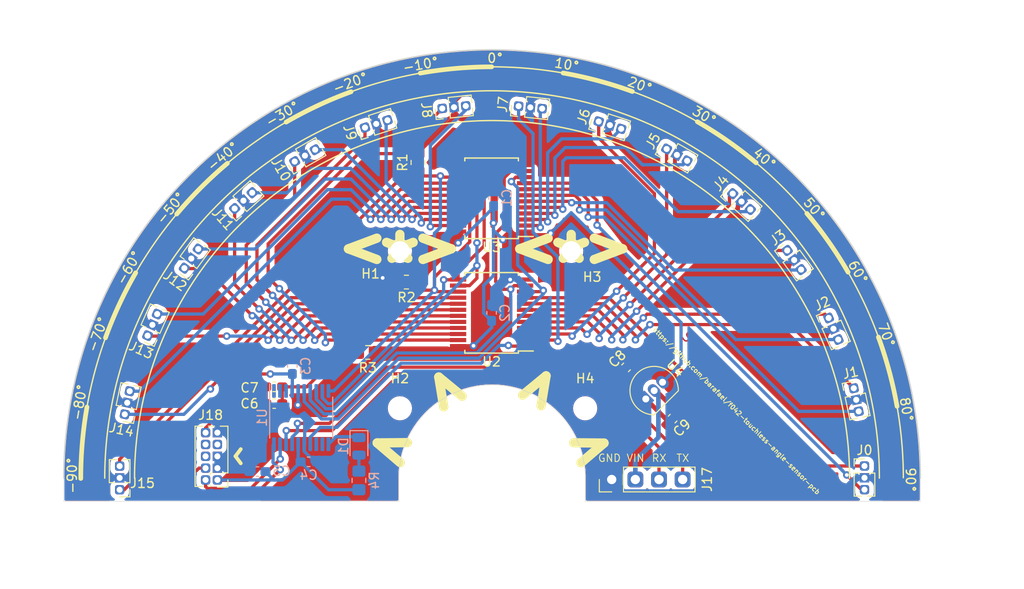
<source format=kicad_pcb>
(kicad_pcb (version 20221018) (generator pcbnew)
  (layers (0 "F.Cu" signal) (31 "B.Cu" signal) (34 "B.Paste" user) (35 "F.Paste" user) (36 "B.SilkS" user "B.Silkscreen") (37 "F.SilkS" user "F.Silkscreen") (38 "B.Mask" user) (39 "F.Mask" user) (44 "Edge.Cuts" user))
  (net 0 "")
  (net 1 "Net-(U1-Pad13)")
  (net 2 "Net-(U1-Pad12)")
  (net 3 "Net-(U1-Pad3)")
  (net 4 "Net-(U1-Pad2)")
  (net 5 "Net-(U1-Pad1)")
  (net 6 "SENSE")
  (net 7 "LED")
  (net 8 "EN")
  (net 9 "SEL3")
  (net 10 "SEL2")
  (net 11 "SEL1")
  (net 12 "SEL0")
  (net 13 "GND")
  (net 14 "VDD")
  (net 15 "SENSE12")
  (net 16 "SENSOR_SUPPLY12")
  (net 17 "SENSOR_SUPPLY4")
  (net 18 "SENSE4")
  (net 19 "SENSOR_SUPPLY8")
  (net 20 "SENSE8")
  (net 21 "SENSOR_SUPPLY0")
  (net 22 "SENSE0")
  (net 23 "SENSOR_SUPPLY13")
  (net 24 "SENSE13")
  (net 25 "SENSOR_SUPPLY5")
  (net 26 "SENSE5")
  (net 27 "SENSOR_SUPPLY9")
  (net 28 "SENSE9")
  (net 29 "SENSOR_SUPPLY1")
  (net 30 "SENSE1")
  (net 31 "SENSOR_SUPPLY14")
  (net 32 "SENSE14")
  (net 33 "SENSOR_SUPPLY6")
  (net 34 "SENSE6")
  (net 35 "SENSOR_SUPPLY10")
  (net 36 "SENSE10")
  (net 37 "SENSOR_SUPPLY2")
  (net 38 "SENSE2")
  (net 39 "SENSOR_SUPPLY15")
  (net 40 "SENSE15")
  (net 41 "SENSOR_SUPPLY7")
  (net 42 "SENSE7")
  (net 43 "SENSOR_SUPPLY11")
  (net 44 "SENSE11")
  (net 45 "SENSOR_SUPPLY3")
  (net 46 "SENSE3")
  (net 47 "SERIAL_RX")
  (net 48 "SERIAL_TX")
  (net 49 "NRST")
  (net 50 "VDD_ANALOG")
  (net 51 "Net-(D1-Pad2)")
  (net 52 "VIN")
  (net 53 "Net-(J18-Pad8)")
  (net 54 "Net-(J18-Pad7)")
  (net 55 "Net-(J18-Pad6)")
  (net 56 "SWCLK")
  (net 57 "SWDIO")
  (footprint "Connector_PinHeader_1.27mm:PinHeader_1x03_P1.27mm_Vertical" (layer "F.Cu") (at 215.85 70.35 12)
    (fp_text reference "J1")
    (fp_text value "Conn_01x03")
  )
  (footprint "Connector_PinHeader_1.27mm:PinHeader_1x03_P1.27mm_Vertical" (layer "F.Cu") (at 195.75 44.65 60)
    (fp_text reference "J5")
    (fp_text value "Conn_01x03")
  )
  (footprint "Connector_PinHeader_1.27mm:PinHeader_1x03_P1.27mm_Vertical" (layer "F.Cu") (at 208.7 55.55 36)
    (fp_text reference "J3")
    (fp_text value "Conn_01x03")
  )
  (footprint "Connector_PinHeader_1.27mm:PinHeader_1x03_P1.27mm_Vertical" (layer "F.Cu") (at 217 78.7)
    (fp_text reference "J0")
    (fp_text value "Conn_01x03")
  )
  (footprint "Connector_PinHeader_1.27mm:PinHeader_1x03_P1.27mm_Vertical" (layer "F.Cu") (at 179.85 40.05 84)
    (fp_text reference "J7")
    (fp_text value "Conn_01x03")
  )
  (footprint "Connector_PinHeader_1.27mm:PinHeader_1x03_P1.27mm_Vertical" (layer "F.Cu") (at 202.85 49.45 48)
    (fp_text reference "J4")
    (fp_text value "Conn_01x03")
  )
  (footprint "Connector_PinHeader_1.27mm:PinHeader_1x03_P1.27mm_Vertical" (layer "F.Cu") (at 143.95 57.45 144)
    (fp_text reference "J12")
    (fp_text value "Conn_01x03")
  )
  (footprint "Connector_PinHeader_1.27mm:PinHeader_1x03_P1.27mm_Vertical" (layer "F.Cu") (at 171.65 40.3 96)
    (fp_text reference "J8")
    (fp_text value "Conn_01x03")
  )
  (footprint "Connector_PinHeader_1.27mm:PinHeader_1x03_P1.27mm_Vertical" (layer "F.Cu") (at 213.15 62.8 24)
    (fp_text reference "J2")
    (fp_text value "Conn_01x03")
  )
  (footprint "Connector_PinHeader_1.27mm:PinHeader_1x03_P1.27mm_Vertical" (layer "F.Cu") (at 149.35 51.05 132)
    (fp_text reference "J11")
    (fp_text value "Conn_01x03")
  )
  (footprint "Connector_PinHeader_1.27mm:PinHeader_1x03_P1.27mm_Vertical" (layer "F.Cu") (at 163.35 42.35 108)
    (fp_text reference "J9")
    (fp_text value "Conn_01x03")
  )
  (footprint "Connector_PinHeader_1.27mm:PinHeader_1x03_P1.27mm_Vertical" (layer "F.Cu") (at 140 64.7 156)
    (fp_text reference "J13")
    (fp_text value "Conn_01x03")
  )
  (footprint "Connector_PinHeader_1.27mm:PinHeader_1x03_P1.27mm_Vertical" (layer "F.Cu") (at 155.8 46 120)
    (fp_text reference "J10")
    (fp_text value "Conn_01x03")
  )
  (footprint "Connector_PinHeader_1.27mm:PinHeader_1x03_P1.27mm_Vertical" (layer "F.Cu") (at 137.55 73.15 168)
    (fp_text reference "J14")
    (fp_text value "Conn_01x03")
  )
  (footprint "Connector_PinHeader_1.27mm:PinHeader_1x03_P1.27mm_Vertical" (layer "F.Cu") (at 137 81.25 180)
    (fp_text reference "J15")
    (fp_text value "Conn_01x03")
  )
  (footprint "Package_SO:SSOP-24_5.3x8.2mm_P0.65mm" (layer "F.Cu") (at 176.95 62.25 180)
    (fp_text reference "U2")
    (fp_text value "CD74HC4067SM")
  )
  (footprint "Package_SO:SSOP-24_5.3x8.2mm_P0.65mm" (layer "F.Cu") (at 176.95 49.95 180)
    (fp_text reference "U3")
    (fp_text value "CD74HC4067SM")
  )
  (footprint "Connector_PinHeader_1.27mm:PinHeader_1x03_P1.27mm_Vertical" (layer "F.Cu") (at 188.45 41.7 72)
    (fp_text reference "J6")
    (fp_text value "Conn_01x03")
  )
  (footprint "Connector_PinHeader_2.54mm:PinHeader_1x04_P2.54mm_Vertical" (layer "F.Cu") (at 189.85 80.15 90)
    (fp_text reference "J17")
    (fp_text value "Conn_01x04")
  )
  (footprint "Connector_PinHeader_1.27mm:PinHeader_2x05_P1.27mm_Vertical" (layer "F.Cu") (at 147.5 80.2 180)
    (fp_text reference "J18")
    (fp_text value "Conn_02x05_Odd_Even")
  )
  (footprint "Resistor_SMD:R_0805_2012Metric_Pad1.20x1.40mm_HandSolder" (layer "F.Cu") (at 163.65 66.5 180)
    (fp_text reference "R3")
    (fp_text value "0")
  )
  (footprint "Resistor_SMD:R_0805_2012Metric_Pad1.20x1.40mm_HandSolder" (layer "F.Cu") (at 169.037 46.101 90)
    (fp_text reference "R1")
    (fp_text value "10K")
  )
  (footprint "Resistor_SMD:R_0805_2012Metric_Pad1.20x1.40mm_HandSolder" (layer "F.Cu") (at 167.8 58.95 180)
    (fp_text reference "R2")
    (fp_text value "10K")
  )
  (footprint "MountingHole:MountingHole_2.1mm" (layer "F.Cu") (at 167.1 55.6)
    (fp_text reference "H1")
    (fp_text value "MountingHole")
  )
  (footprint "MountingHole:MountingHole_2.1mm" (layer "F.Cu") (at 167.1 72.5)
    (fp_text reference "H2")
    (fp_text value "MountingHole")
  )
  (footprint "MountingHole:MountingHole_2.1mm" (layer "F.Cu") (at 185.5 55.6)
    (fp_text reference "H3")
    (fp_text value "MountingHole")
  )
  (footprint "MountingHole:MountingHole_2.1mm" (layer "F.Cu") (at 187 72.5)
    (fp_text reference "H4")
    (fp_text value "MountingHole")
  )
  (footprint "Package_TO_SOT_THT:TO-92_Inline" (layer "F.Cu") (at 193.513118 71.5 45)
    (fp_text reference "U4")
    (fp_text value "MCP1700-3302E_TO92")
  )
  (footprint "Capacitor_SMD:C_0603_1608Metric_Pad1.08x0.95mm_HandSolder" (layer "F.Cu") (at 191.39012 68.10988 -135)
    (fp_text reference "C8")
    (fp_text value "1uF")
  )
  (footprint "Capacitor_SMD:C_0603_1608Metric_Pad1.08x0.95mm_HandSolder" (layer "F.Cu") (at 196.39012 73.60988 -135)
    (fp_text reference "C9")
    (fp_text value "1uF")
  )
  (footprint "Capacitor_SMD:C_0603_1608Metric_Pad1.08x0.95mm_HandSolder" (layer "F.Cu") (at 153.6 72 180)
    (fp_text reference "C6")
    (fp_text value "10nF")
  )
  (footprint "Capacitor_SMD:C_0603_1608Metric_Pad1.08x0.95mm_HandSolder" (layer "F.Cu") (at 153.6 70.2 180)
    (fp_text reference "C7")
    (fp_text value "1uF")
  )
  (footprint "Capacitor_SMD:C_0603_1608Metric_Pad1.08x0.95mm_HandSolder" (layer "B.Cu") (at 157.3 78.25)
    (fp_text reference "C4")
    (fp_text value "100nF")
  )
  (footprint "Capacitor_SMD:C_0603_1608Metric_Pad1.08x0.95mm_HandSolder" (layer "B.Cu") (at 151.8 79.3 180)
    (fp_text reference "C5")
    (fp_text value "4.7uF")
  )
  (footprint "LED_SMD:LED_0805_2012Metric" (layer "B.Cu") (at 162.7 76.5875 -90)
    (fp_text reference "D1")
    (fp_text value "LED")
  )
  (footprint "Resistor_SMD:R_0805_2012Metric_Pad1.20x1.40mm_HandSolder" (layer "B.Cu") (at 162.7 80.25 90)
    (fp_text reference "R4")
    (fp_text value "R")
  )
  (footprint "Capacitor_SMD:C_0603_1608Metric_Pad1.08x0.95mm_HandSolder" (layer "B.Cu") (at 176.95 62.25 90)
    (fp_text reference "C2")
    (fp_text value "0.1uF")
  )
  (footprint "Capacitor_SMD:C_0603_1608Metric_Pad1.08x0.95mm_HandSolder" (layer "B.Cu") (at 177.165 49.911 90)
    (fp_text reference "C1")
    (fp_text value "0.1uF")
  )
  (footprint "Capacitor_SMD:C_0603_1608Metric_Pad1.08x0.95mm_HandSolder" (layer "B.Cu") (at 155.55 67.95 90)
    (fp_text reference "C3")
    (fp_text value "100nF")
  )
  (footprint "Package_SO:TSSOP-20_4.4x6.5mm_P0.65mm" (layer "B.Cu") (at 156.5 73.5 -90)
    (fp_text reference "U1")
    (fp_text value "STM32F042F6Px")
  )
  (gr_arc (start 135.4 80) (mid 177 38.4) (end 218.6 80) (stroke (width 0.15)) (layer "F.SilkS"))
  (gr_arc (start 138.6 80) (mid 177 41.6) (end 215.4 80) (stroke (width 0.15)) (layer "F.SilkS"))
  (gr_arc (start 218.494755 64.853705) (mid 219.656942 68.527847) (end 220.494483 72.2893) (stroke (width 0.5)) (layer "F.SilkS"))
  (gr_arc (start 220.494484 72.2893) (mid 221.001006 76.109436) (end 221.172654 79.959181) (stroke (width 0.15)) (layer "F.SilkS"))
  (gr_arc (start 210.811977 51.575096) (mid 213.160706 54.630169) (end 215.23423 57.878322) (stroke (width 0.5)) (layer "F.SilkS"))
  (gr_arc (start 205.362365 46.135546) (mid 208.205919 48.736353) (end 210.811978 51.575096) (stroke (width 0.15)) (layer "F.SilkS"))
  (gr_arc (start 199.050976 41.72495) (mid 202.302956 43.792467) (end 205.362365 46.135546) (stroke (width 0.5)) (layer "F.SilkS"))
  (gr_arc (start 192.06958 38.477321) (mid 195.631176 39.948728) (end 199.050977 41.724949) (stroke (width 0.15)) (layer "F.SilkS"))
  (gr_arc (start 184.630301 36.49134) (mid 188.393295 37.321928) (end 192.069579 38.477322) (stroke (width 0.5)) (layer "F.SilkS"))
  (gr_arc (start 176.95918 35.827346) (mid 180.809236 35.991879) (end 184.630301 36.49134) (stroke (width 0.15)) (layer "F.SilkS"))
  (gr_arc (start 169.289299 36.505516) (mid 173.109435 35.998994) (end 176.95918 35.827346) (stroke (width 0.5)) (layer "F.SilkS"))
  (gr_arc (start 161.853704 38.505244) (mid 165.527847 37.343057) (end 169.289299 36.505516) (stroke (width 0.15)) (layer "F.SilkS"))
  (gr_arc (start 154.878322 41.765769) (mid 158.294834 39.983231) (end 161.853704 38.505244) (stroke (width 0.5)) (layer "F.SilkS"))
  (gr_arc (start 148.575095 46.188022) (mid 151.630169 43.839293) (end 154.878322 41.765769) (stroke (width 0.15)) (layer "F.SilkS"))
  (gr_arc (start 143.135545 51.637635) (mid 145.736352 48.794081) (end 148.575095 46.188022) (stroke (width 0.5)) (layer "F.SilkS"))
  (gr_arc (start 138.724949 57.949023) (mid 140.792466 54.697043) (end 143.135545 51.637634) (stroke (width 0.15)) (layer "F.SilkS"))
  (gr_arc (start 135.477321 64.93042) (mid 136.948728 61.368824) (end 138.724949 57.949023) (stroke (width 0.5)) (layer "F.SilkS"))
  (gr_arc (start 133.491338 72.369698) (mid 134.321926 68.606704) (end 135.47732 64.93042) (stroke (width 0.15)) (layer "F.SilkS"))
  (gr_arc (start 132.827346 80.04082) (mid 132.991878 76.190764) (end 133.491339 72.369699) (stroke (width 0.5)) (layer "F.SilkS"))
  (gr_arc (start 215.23423 57.878323) (mid 217.016768 61.294835) (end 218.494755 64.853705) (stroke (width 0.15)) (layer "F.SilkS"))
  (gr_arc (start 131 80) (mid 177 34) (end 223 80) (stroke (width 0.15)) (layer "Edge.Cuts"))
  (gr_line (start 167 80) (end 167 82.5) (stroke (width 0.05)) (layer "Edge.Cuts"))
  (gr_line (start 187 80) (end 187 82.5) (stroke (width 0.05)) (layer "Edge.Cuts"))
  (gr_line (start 187 82.5) (end 223 82.5) (stroke (width 0.05)) (layer "Edge.Cuts"))
  (gr_line (start 223 82.5) (end 223 80) (stroke (width 0.05)) (layer "Edge.Cuts"))
  (gr_line (start 131 82.5) (end 167 82.5) (stroke (width 0.05)) (layer "Edge.Cuts"))
  (gr_arc (start 167 80) (mid 177 70) (end 187 80) (stroke (width 0.05)) (layer "Edge.Cuts"))
  (gr_line (start 131 80) (end 131 82.5) (stroke (width 0.05)) (layer "Edge.Cuts"))
  (gr_text "Sail Angle Sensor rev. 1" (at 204.23 71.11 -45) (layer "F.Cu") (effects (font (size 1 1))))
  (gr_text "< >" (at 185.5 55.1) (layer "F.SilkS") (effects (font (size 4 4) (thickness 1)) (justify mirror)))
  (gr_text "*" (at 167.1 57.1) (layer "F.SilkS") (effects (font (size 6 6) (thickness 1)) (justify mirror)))
  (gr_text "*" (at 185.5 57.1) (layer "F.SilkS") (effects (font (size 6 6) (thickness 1)) (justify mirror)))
  (gr_text "<" (at 181.8 70.2 60) (layer "F.SilkS") (effects (font (size 4 4) (thickness 1)) (justify mirror)))
  (gr_text "<" (at 171.8 70.6 120) (layer "F.SilkS") (effects (font (size 4 4) (thickness 1)) (justify mirror)))
  (gr_text "<" (at 166 77 160) (layer "F.SilkS") (effects (font (size 4 4) (thickness 1)) (justify mirror)))
  (gr_text "<" (at 187.5 76.5 20) (layer "F.SilkS") (effects (font (size 4 4) (thickness 1)) (justify mirror)))
  (gr_text "10°" (at 185.05 35.6 -10) (layer "F.SilkS") (effects (font (size 1 1))))
  (gr_text "20°" (at 192.9 37.8 -20) (layer "F.SilkS") (effects (font (size 1 1))))
  (gr_text "30°" (at 199.8 41.1 -30) (layer "F.SilkS") (effects (font (size 1 1))))
  (gr_text "40°" (at 206.25 45.7 -40) (layer "F.SilkS") (effects (font (size 1 1))))
  (gr_text "50°" (at 211.6 51.1 -50) (layer "F.SilkS") (effects (font (size 1 1))))
  (gr_text "60°" (at 216.3 57.9 -60) (layer "F.SilkS") (effects (font (size 1 1))))
  (gr_text "70°" (at 219.35 64.65 -70) (layer "F.SilkS") (effects (font (size 1 1))))
  (gr_text "80°" (at 221.5 72.65 -80) (layer "F.SilkS") (effects (font (size 1 1))))
  (gr_text "90°" (at 221.95 80.2 -90) (layer "F.SilkS") (effects (font (size 1 1))))
  (gr_text "-10°" (at 169.35 35.6 10) (layer "F.SilkS") (effects (font (size 1 1))))
  (gr_text "-20°" (at 161.8 37.55 20) (layer "F.SilkS") (effects (font (size 1 1))))
  (gr_text "-30°" (at 154.5 40.9 30) (layer "F.SilkS") (effects (font (size 1 1))))
  (gr_text "-40°" (at 148.1 45.45 40) (layer "F.SilkS") (effects (font (size 1 1))))
  (gr_text "-50°" (at 142.5 51 50) (layer "F.SilkS") (effects (font (size 1 1))))
  (gr_text "-60°" (at 138 57.4 60) (layer "F.SilkS") (effects (font (size 1 1))))
  (gr_text "-70°" (at 134.65 64.55 70) (layer "F.SilkS") (effects (font (size 1 1))))
  (gr_text "-80°" (at 132.7 71.85 80) (layer "F.SilkS") (effects (font (size 1 1))))
  (gr_text "-90°" (at 131.9 79.7 90) (layer "F.SilkS") (effects (font (size 1 1))))
  (gr_text "https://github.com/barafael/f042-touchless-angle-sensor-pcb" (at 203.24 72.78 -45) (layer "F.SilkS") (effects (font (size 0.5 0.5) (thickness 0.1))))
  (gr_text "VIN" (at 192.405 77.851) (layer "F.SilkS") (effects (font (size 0.8 0.8) (thickness 0.1))))
  (gr_text "RX" (at 194.945 77.851) (layer "F.SilkS") (effects (font (size 0.8 0.8) (thickness 0.1))))
  (gr_text "TX" (at 197.485 77.851) (layer "F.SilkS") (effects (font (size 0.8 0.8) (thickness 0.1))))
  (gr_text "GND" (at 189.611 77.851) (layer "F.SilkS") (effects (font (size 0.8 0.8) (thickness 0.1))))
  (gr_text "0°" (at 177.35 34.9) (layer "F.SilkS") (effects (font (size 1 1))))
  (gr_text "^" (at 151.8 77.65 90) (layer "F.SilkS") (effects (font (size 4 4) (thickness 0.4))))
  (gr_text "< >" (at 167.1 55.1) (layer "F.SilkS") (effects (font (size 4 4) (thickness 1)) (justify mirror)))
  (segment (start 178.75 65.75) (end 178.825 65.825) (width 0.35) (layer "F.Cu") (net 6))
  (segment (start 178.825 65.825) (end 180.55 65.825) (width 0.35) (layer "F.Cu") (net 6))
  (via (at 178.75 65.75) (size 0.8) (drill 0.4) (layers "F.Cu" "B.Cu") (net 6))
  (segment (start 160.340313 74.55001) (end 162.75 72.140322) (width 0.35) (layer "B.Cu") (net 6))
  (segment (start 157.475 75.603232) (end 158.528222 74.55001) (width 0.35) (layer "B.Cu") (net 6))
  (segment (start 175.833643 67.661021) (end 177.744664 65.75) (width 0.35) (layer "B.Cu") (net 6))
  (segment (start 177.744664 65.75) (end 178.75 65.75) (width 0.35) (layer "B.Cu") (net 6))
  (segment (start 167.229301 67.661021) (end 175.833643 67.661021) (width 0.35) (layer "B.Cu") (net 6))
  (segment (start 158.528222 74.55001) (end 160.340313 74.55001) (width 0.35) (layer "B.Cu") (net 6))
  (segment (start 157.475 76.3625) (end 157.475 75.603232) (width 0.35) (layer "B.Cu") (net 6))
  (segment (start 162.75 72.140322) (end 167.229301 67.661021) (width 0.35) (layer "B.Cu") (net 6))
  (segment (start 162.6 75.55) (end 162.7 75.65) (width 0.35) (layer "B.Cu") (net 7))
  (segment (start 160.2375 75.55) (end 159.425 76.3625) (width 0.35) (layer "B.Cu") (net 7))
  (segment (start 160.2375 75.55) (end 162.6 75.55) (width 0.35) (layer "B.Cu") (net 7))
  (segment (start 173.35 47.675) (end 171.575 47.675) (width 0.35) (layer "F.Cu") (net 8))
  (segment (start 170.815 58.435) (end 170.815 59.817) (width 0.35) (layer "F.Cu") (net 8))
  (segment (start 174.600001 54.639001) (end 174.600001 47.799999) (width 0.35) (layer "F.Cu") (net 8))
  (segment (start 170.815 59.817) (end 169.667 59.817) (width 0.35) (layer "F.Cu") (net 8))
  (segment (start 169.486 47.55) (end 169.037 47.101) (width 0.35) (layer "F.Cu") (net 8))
  (segment (start 170.815 59.817) (end 170.973 59.975) (width 0.35) (layer "F.Cu") (net 8))
  (segment (start 171.575 47.675) (end 171.45 47.55) (width 0.35) (layer "F.Cu") (net 8))
  (segment (start 170.954002 58.295998) (end 170.815 58.435) (width 0.35) (layer "F.Cu") (net 8))
  (segment (start 170.954002 58.285) (end 174.600001 54.639001) (width 0.35) (layer "F.Cu") (net 8))
  (segment (start 170.954002 58.285) (end 170.954002 58.295998) (width 0.35) (layer "F.Cu") (net 8))
  (segment (start 170.973 59.975) (end 173.35 59.975) (width 0.35) (layer "F.Cu") (net 8))
  (segment (start 169.667 59.817) (end 168.8 58.95) (width 0.35) (layer "F.Cu") (net 8))
  (segment (start 174.475002 47.675) (end 173.35 47.675) (width 0.35) (layer "F.Cu") (net 8))
  (segment (start 171.45 47.55) (end 169.486 47.55) (width 0.35) (layer "F.Cu") (net 8))
  (segment (start 174.600001 47.799999) (end 174.475002 47.675) (width 0.35) (layer "F.Cu") (net 8))
  (via (at 171.45 47.55) (size 0.8) (drill 0.4) (layers "F.Cu" "B.Cu") (net 8))
  (via (at 170.815 59.817) (size 0.8) (drill 0.4) (layers "F.Cu" "B.Cu") (net 8))
  (segment (start 171.45 47.55) (end 171.45 53.067328) (width 0.35) (layer "B.Cu") (net 8))
  (segment (start 171.45 53.067328) (end 170.815 53.702328) (width 0.35) (layer "B.Cu") (net 8))
  (segment (start 159.425 70.6375) (end 159.9945 70.6375) (width 0.35) (layer "B.Cu") (net 8))
  (segment (start 170.815 53.702328) (end 170.815 59.817) (width 0.35) (layer "B.Cu") (net 8))
  (segment (start 159.9945 70.6375) (end 170.815 59.817) (width 0.35) (layer "B.Cu") (net 8))
  (segment (start 174.730664 46.375) (end 173.35 46.375) (width 0.35) (layer "F.Cu") (net 9))
  (segment (start 176.150002 55.058015) (end 176.150002 47.794338) (width 0.35) (layer "F.Cu") (net 9))
  (segment (start 171.8 58.7) (end 173.325 58.7) (width 0.35) (layer "F.Cu") (net 9))
  (segment (start 173.35 58.675) (end 173.35 57.858017) (width 0.35) (layer "F.Cu") (net 9))
  (segment (start 173.35 57.858017) (end 176.150002 55.058015) (width 0.35) (layer "F.Cu") (net 9))
  (segment (start 176.150002 47.794338) (end 174.730664 46.375) (width 0.35) (layer "F.Cu") (net 9))
  (segment (start 173.325 58.7) (end 173.35 58.675) (width 0.35) (layer "F.Cu") (net 9))
  (via (at 171.8 58.7) (size 0.8) (drill 0.4) (layers "F.Cu" "B.Cu") (net 9))
  (segment (start 158.775 71.396768) (end 159.378232 72) (width 0.35) (layer "B.Cu") (net 9))
  (segment (start 159.779002 72) (end 171.8 59.979002) (width 0.35) (layer "B.Cu") (net 9))
  (segment (start 158.775 70.6375) (end 158.775 71.396768) (width 0.35) (layer "B.Cu") (net 9))
  (segment (start 159.378232 72) (end 159.779002 72) (width 0.35) (layer "B.Cu") (net 9))
  (segment (start 171.8 59.979002) (end 171.8 58.7) (width 0.35) (layer "B.Cu") (net 9))
  (segment (start 173.334 59.309) (end 173.35 59.325) (width 0.35) (layer "F.Cu") (net 10))
  (segment (start 175.375001 58.524999) (end 175.375001 57.181831) (width 0.35) (layer "F.Cu") (net 10))
  (segment (start 175.375001 47.797168) (end 175.375001 54.737) (width 0.35) (layer "F.Cu") (net 10))
  (segment (start 174.575 59.325) (end 175.375001 58.524999) (width 0.35) (layer "F.Cu") (net 10))
  (segment (start 174.602833 47.025) (end 175.375001 47.797168) (width 0.35) (layer "F.Cu") (net 10))
  (segment (start 173.35 59.325) (end 174.575 59.325) (width 0.35) (layer "F.Cu") (net 10))
  (segment (start 173.35 47.025) (end 174.602833 47.025) (width 0.35) (layer "F.Cu") (net 10))
  (via (at 175.375001 57.181831) (size 0.8) (drill 0.4) (layers "F.Cu" "B.Cu") (net 10))
  (via (at 175.375001 54.737) (size 0.8) (drill 0.4) (layers "F.Cu" "B.Cu") (net 10))
  (segment (start 160.006824 72.550008) (end 175.375001 57.181831) (width 0.35) (layer "B.Cu") (net 10))
  (segment (start 159.15041 72.550008) (end 160.006824 72.550008) (width 0.35) (layer "B.Cu") (net 10))
  (segment (start 158.125 70.6375) (end 158.125 71.524598) (width 0.35) (layer "B.Cu") (net 10))
  (segment (start 175.375001 57.181831) (end 175.375001 54.737) (width 0.35) (layer "B.Cu") (net 10))
  (segment (start 158.125 71.524598) (end 159.15041 72.550008) (width 0.35) (layer "B.Cu") (net 10))
  (segment (start 179.388017 59.325) (end 178.995538 59.717479) (width 0.35) (layer "F.Cu") (net 11))
  (segment (start 177.392999 58.892999) (end 177.392999 53.718985) (width 0.35) (layer "F.Cu") (net 11))
  (segment (start 179.025 47.025) (end 178.299997 47.750003) (width 0.35) (layer "F.Cu") (net 11))
  (segment (start 177.555992 53.555992) (end 177.544008 53.555992) (width 0.35) (layer "F.Cu") (net 11))
  (segment (start 180.55 59.325) (end 179.388017 59.325) (width 0.35) (layer "F.Cu") (net 11))
  (segment (start 178.217479 59.717479) (end 178.995538 59.717479) (width 0.35) (layer "F.Cu") (net 11))
  (segment (start 178.217479 59.717479) (end 177.392999 58.892999) (width 0.35) (layer "F.Cu") (net 11))
  (segment (start 178.299997 47.750003) (end 178.299997 52.811987) (width 0.35) (layer "F.Cu") (net 11))
  (segment (start 178.299997 52.811987) (end 177.555992 53.555992) (width 0.35) (layer "F.Cu") (net 11))
  (segment (start 177.392999 53.718985) (end 177.555992 53.555992) (width 0.35) (layer "F.Cu") (net 11))
  (segment (start 180.55 47.025) (end 179.025 47.025) (width 0.35) (layer "F.Cu") (net 11))
  (via (at 178.995538 59.717479) (size 0.8) (drill 0.4) (layers "F.Cu" "B.Cu") (net 11))
  (segment (start 178.995538 60.495538) (end 179 60.5) (width 0.35) (layer "B.Cu") (net 11))
  (segment (start 178.995538 59.717479) (end 178.995538 60.495538) (width 0.35) (layer "B.Cu") (net 11))
  (segment (start 166.773661 66.561001) (end 160.234644 73.100018) (width 0.35) (layer "B.Cu") (net 11))
  (segment (start 179 62.939002) (end 175.378001 66.561001) (width 0.35) (layer "B.Cu") (net 11))
  (segment (start 157.475 70.6375) (end 157.475 71.652429) (width 0.35) (layer "B.Cu") (net 11))
  (segment (start 160.234644 73.100018) (end 158.922589 73.100018) (width 0.35) (layer "B.Cu") (net 11))
  (segment (start 175.378001 66.561001) (end 166.773661 66.561001) (width 0.35) (layer "B.Cu") (net 11))
  (segment (start 179 62.939002) (end 179 60.5) (width 0.35) (layer "B.Cu") (net 11))
  (segment (start 157.475 71.652429) (end 158.922589 73.100018) (width 0.35) (layer "B.Cu") (net 11))
  (segment (start 182.375 59.975) (end 180.55 59.975) (width 0.35) (layer "F.Cu") (net 12))
  (segment (start 180.55 47.675) (end 179.549998 47.675) (width 0.35) (layer "F.Cu") (net 12))
  (segment (start 180.525 47.7) (end 180.55 47.675) (width 0.35) (layer "F.Cu") (net 12))
  (segment (start 179.549998 47.675) (end 179.074998 48.15) (width 0.35) (layer "F.Cu") (net 12))
  (segment (start 182.5 59.85) (end 182.375 59.975) (width 0.35) (layer "F.Cu") (net 12))
  (via (at 179.074998 48.15) (size 0.8) (drill 0.4) (layers "F.Cu" "B.Cu") (net 12))
  (via (at 182.5 59.85) (size 0.8) (drill 0.4) (layers "F.Cu" "B.Cu") (net 12))
  (segment (start 179.074998 48.15) (end 179.75 48.825002) (width 0.35) (layer "B.Cu") (net 12))
  (segment (start 160.462465 73.650028) (end 158.694769 73.650028) (width 0.35) (layer "B.Cu") (net 12))
  (segment (start 167.00148 67.111011) (end 160.462465 73.650028) (width 0.35) (layer "B.Cu") (net 12))
  (segment (start 182.5 59.85) (end 179.75 57.1) (width 0.35) (layer "B.Cu") (net 12))
  (segment (start 182.5 59.85) (end 182.5 60.216833) (width 0.35) (layer "B.Cu") (net 12))
  (segment (start 158.694769 73.650028) (end 156.825 71.780259) (width 0.35) (layer "B.Cu") (net 12))
  (segment (start 182.5 60.216833) (end 175.605822 67.111011) (width 0.35) (layer "B.Cu") (net 12))
  (segment (start 179.75 48.825002) (end 179.75 57.1) (width 0.35) (layer "B.Cu") (net 12))
  (segment (start 156.825 71.780259) (end 156.825 70.6375) (width 0.35) (layer "B.Cu") (net 12))
  (segment (start 175.605822 67.111011) (end 167.00148 67.111011) (width 0.35) (layer "B.Cu") (net 12))
  (segment (start 172.913043 39.664495) (end 172.913043 40.167249) (width 0.35) (layer "F.Cu") (net 13))
  (segment (start 172.913043 41.224957) (end 172.913043 40.167249) (width 0.35) (layer "F.Cu") (net 13))
  (segment (start 193.513118 71.452638) (end 190.78024 68.71976) (width 0.5) (layer "F.Cu") (net 13))
  (segment (start 195.78024 74.21976) (end 195.78024 73.767122) (width 0.5) (layer "F.Cu") (net 13))
  (segment (start 150.62 72) (end 147.5 75.12) (width 0.35) (layer "F.Cu") (net 13))
  (segment (start 169.037 45.101) (end 172.913043 41.224957) (width 0.35) (layer "F.Cu") (net 13))
  (segment (start 180.55 46.375) (end 180.55 43.644) (width 0.35) (layer "F.Cu") (net 13))
  (segment (start 193.513118 71.5) (end 193.513118 71.452638) (width 0.5) (layer "F.Cu") (net 13))
  (segment (start 152.7375 72) (end 150.62 72) (width 0.35) (layer "F.Cu") (net 13))
  (segment (start 165.25 58.5) (end 166.35 58.5) (width 0.35) (layer "F.Cu") (net 13))
  (segment (start 195.78024 73.767122) (end 193.513118 71.5) (width 0.5) (layer "F.Cu") (net 13))
  (segment (start 180.55 58.675) (end 178.944 58.675) (width 0.35) (layer "F.Cu") (net 13))
  (segment (start 180.55 43.644) (end 175.641 38.735) (width 0.35) (layer "F.Cu") (net 13))
  (segment (start 173.842538 38.735) (end 172.913043 39.664495) (width 0.35) (layer "F.Cu") (net 13))
  (segment (start 175.641 38.735) (end 173.842538 38.735) (width 0.35) (layer "F.Cu") (net 13))
  (segment (start 152.7375 70.2) (end 152.7375 72) (width 0.35) (layer "F.Cu") (net 13))
  (segment (start 166.35 58.5) (end 166.8 58.95) (width 0.35) (layer "F.Cu") (net 13))
  (segment (start 178.944 58.675) (end 178.943 58.674) (width 0.35) (layer "F.Cu") (net 13))
  (via (at 178.943 58.674) (size 0.8) (drill 0.4) (layers "F.Cu" "B.Cu") (net 13))
  (via (at 165.25 58.5) (size 0.8) (drill 0.4) (layers "F.Cu" "B.Cu") (net 13))
  (segment (start 214.519999 81.450001) (end 216 79.97) (width 0.5) (layer "B.Cu") (net 13))
  (segment (start 197.46 42.68) (end 197.46 44.674852) (width 0.35) (layer "B.Cu") (net 13))
  (segment (start 216.09 61.536759) (end 216.476759 61.536759) (width 0.35) (layer "B.Cu") (net 13))
  (segment (start 165.25 60.9) (end 159.65 66.5) (width 0.35) (layer "B.Cu") (net 13))
  (segment (start 179.86 37.04) (end 187.48 37.04) (width 0.35) (layer "B.Cu") (net 13))
  (segment (start 205.51 47.67) (end 211.22 53.38) (width 0.35) (layer "B.Cu") (net 13))
  (segment (start 179.86 37.04) (end 181.113043 38.293043) (width 0.35) (layer "B.Cu") (net 13))
  (segment (start 139.092247 71.907753) (end 137.814048 71.907753) (width 0.35) (layer "B.Cu") (net 13))
  (segment (start 137 79.98) (end 138.782687 79.98) (width 0.35) (layer "B.Cu") (net 13))
  (segment (start 151.42 44.02) (end 154.38 44.02) (width 0.35) (layer "B.Cu") (net 13))
  (segment (start 191.150001 81.450001) (end 214.519999 81.450001) (width 0.5) (layer "B.Cu") (net 13))
  (segment (start 193.997842 39.217842) (end 197.46 42.68) (width 0.35) (layer "B.Cu") (net 13))
  (segment (start 165.68 37.04) (end 171.56 37.04) (width 0.35) (layer "B.Cu") (net 13))
  (segment (start 204.8 47.67) (end 205.51 47.67) (width 0.35) (layer "B.Cu") (net 13))
  (segment (start 156.825 76.3625) (end 156.875001 76.312499) (width 0.35) (layer "B.Cu") (net 13))
  (segment (start 147.5 75.12) (end 147.5 71.262688) (width 0.35) (layer "B.Cu") (net 13))
  (segment (start 165.25 58.5) (end 165.25 60.9) (width 0.35) (layer "B.Cu") (net 13))
  (segment (start 216.09 58.8) (end 216.09 61.536759) (width 0.35) (layer "B.Cu") (net 13))
  (segment (start 216.09 61.536759) (end 213.666556 63.960203) (width 0.35) (layer "B.Cu") (net 13))
  (segment (start 216 79.97) (end 217 79.97) (width 0.5) (layer "B.Cu") (net 13))
  (segment (start 165.25 58.5) (end 152.5 58.5) (width 0.35) (layer "B.Cu") (net 13))
  (segment (start 152.5 58.5) (end 139.092247 71.907753) (width 0.35) (layer "B.Cu") (net 13))
  (segment (start 154.38 43.71) (end 158.24 39.85) (width 0.35) (layer "B.Cu") (net 13))
  (segment (start 171.56 37.04) (end 172.913043 38.393043) (width 0.35) (layer "B.Cu") (net 13))
  (segment (start 211.22 54.803939) (end 209.446487 56.577452) (width 0.35) (layer "B.Cu") (net 13))
  (segment (start 155.554852 44.02) (end 156.899852 45.365) (width 0.35) (layer "B.Cu") (net 13))
  (segment (start 150.5675 78.93) (end 150.9375 79.3) (width 0.35) (layer "B.Cu") (net 13))
  (segment (start 211.22 54.803939) (end 212.093939 54.803939) (width 0.35) (layer "B.Cu") (net 13))
  (segment (start 156.825 76.3625) (end 156.825 77.121768) (width 0.35) (layer "B.Cu") (net 13))
  (segment (start 136.300203 63.539797) (end 140.516556 63.539797) (width 0.35) (layer "B.Cu") (net 13))
  (segment (start 149.02359 48.93) (end 150.293794 50.200204) (width 0.35) (layer "B.Cu") (net 13))
  (segment (start 218.75 79.07) (end 217.85 79.97) (width 0.35) (layer "B.Cu") (net 13))
  (segment (start 162.87 39.85) (end 163.11 39.61) (width 0.35) (layer "B.Cu") (net 13))
  (segment (start 158.24 39.85) (end 160.07 39.85) (width 0.35) (layer "B.Cu") (net 13))
  (segment (start 133.86 73.98) (end 135.932247 71.907753) (width 0.35) (layer "B.Cu") (net 13))
  (segment (start 140.557452 56.422548) (end 144.696487 56.422548) (width 0.35) (layer "B.Cu") (net 13))
  (segment (start 187.48 37.04) (end 189.657842 39.217842) (width 0.35) (layer "B.Cu") (net 13))
  (segment (start 217.85 79.97) (end 217 79.97) (width 0.35) (layer "B.Cu") (net 13))
  (segment (start 218.75 70.18) (end 218.75 79.07) (width 0.35) (layer "B.Cu") (net 13))
  (segment (start 159.65 66.5) (end 156.1375 66.5) (width 0.35) (layer "B.Cu") (net 13))
  (segment (start 160.07 39.85) (end 162.450294 39.85) (width 0.35) (layer "B.Cu") (net 13))
  (segment (start 177.165 49.0485) (end 177.165 39.735) (width 0.35) (layer "B.Cu") (net 13))
  (segment (start 171.56 37.04) (end 179.86 37.04) (width 0.35) (layer "B.Cu") (net 13))
  (segment (start 204.8 47.67) (end 204.8 49.29359) (width 0.35) (layer "B.Cu") (net 13))
  (segment (start 197.46 44.674852) (end 196.849852 45.285) (width 0.35) (layer "B.Cu") (net 13))
  (segment (start 135.86 79.98) (end 133.86 77.98) (width 0.35) (layer "B.Cu") (net 13))
  (segment (start 178.943 50.8265) (end 177.165 49.0485) (width 0.35) (layer "B.Cu") (net 13))
  (segment (start 176.95 60.667) (end 176.95 61.3875) (width 0.35) (layer "B.Cu") (net 13))
  (segment (start 199.81 42.68) (end 204.8 47.67) (width 0.35) (layer "B.Cu") (net 13))
  (segment (start 136.300203 60.679797) (end 140.557452 56.422548) (width 0.35) (layer "B.Cu") (net 13))
  (segment (start 181.113043 38.293043) (end 181.113043 40.182751) (width 0.35) (layer "B.Cu") (net 13))
  (segment (start 218.75 63.81) (end 218.75 70.18) (width 0.35) (layer "B.Cu") (net 13))
  (segment (start 146.51 48.93) (end 151.42 44.02) (width 0.35) (layer "B.Cu") (net 13))
  (segment (start 178.943 58.674) (end 178.943 50.8265) (width 0.35) (layer "B.Cu") (net 13))
  (segment (start 189.657842 39.217842) (end 189.657842 42.092452) (width 0.35) (layer "B.Cu") (net 13))
  (segment (start 156.1375 66.5) (end 155.55 67.0875) (width 0.35) (layer "B.Cu") (net 13))
  (segment (start 217.337753 71.592247) (end 216.114048 71.592247) (width 0.35) (layer "B.Cu") (net 13))
  (segment (start 177.165 39.735) (end 179.86 37.04) (width 0.35) (layer "B.Cu") (net 13))
  (segment (start 178.943 58.674) (end 176.95 60.667) (width 0.35) (layer "B.Cu") (net 13))
  (segment (start 172.913043 38.393043) (end 172.913043 40.167249) (width 0.35) (layer "B.Cu") (net 13))
  (segment (start 156.875001 76.312499) (end 156.875001 73.752999) (width 0.35) (layer "B.Cu") (net 13))
  (segment (start 157.953232 78.25) (end 158.1625 78.25) (width 0.35) (layer "B.Cu") (net 13))
  (segment (start 133.86 73.98) (end 133.86 65.98) (width 0.35) (layer "B.Cu") (net 13))
  (segment (start 156.875001 73.752999) (end 156.472001 73.349999) (width 0.35) (layer "B.Cu") (net 13))
  (segment (start 156.472001 73.349999) (end 149.270001 73.349999) (width 0.35) (layer "B.Cu") (net 13))
  (segment (start 164.557842 41.957548) (end 164.557842 41.057842) (width 0.35) (layer "B.Cu") (net 13))
  (segment (start 204.8 49.29359) (end 203.793794 50.299796) (width 0.35) (layer "B.Cu") (net 13))
  (segment (start 133.86 65.98) (end 136.300203 63.539797) (width 0.35) (layer "B.Cu") (net 13))
  (segment (start 160.07 39.85) (end 162.87 39.85) (width 0.35) (layer "B.Cu") (net 13))
  (segment (start 140.557452 54.882548) (end 146.51 48.93) (width 0.35) (layer "B.Cu") (net 13))
  (segment (start 147.5 71.262688) (end 147.611344 71.151344) (width 0.35) (layer "B.Cu") (net 13))
  (segment (start 146.51 48.93) (end 149.02359 48.93) (width 0.35) (layer "B.Cu") (net 13))
  (segment (start 147.5 78.93) (end 150.5675 78.93) (width 0.35) (layer "B.Cu") (net 13))
  (segment (start 137 79.98) (end 135.86 79.98) (width 0.35) (layer "B.Cu") (net 13))
  (segment (start 133.86 77.98) (end 133.86 73.98) (width 0.35) (layer "B.Cu") (net 13))
  (segment (start 189.85 80.15) (end 191.150001 81.450001) (width 0.5) (layer "B.Cu") (net 13))
  (segment (start 154.38 44.02) (end 155.554852 44.02) (width 0.35) (layer "B.Cu") (net 13))
  (segment (start 218.75 70.18) (end 217.337753 71.592247) (width 0.35) (layer "B.Cu") (net 13))
  (segment (start 164.557842 41.057842) (end 163.11 39.61) (width 0.35) (layer "B.Cu") (net 13))
  (segment (start 154.38 44.02) (end 154.38 43.71) (width 0.35) (layer "B.Cu") (net 13))
  (segment (start 138.782687 79.98) (end 147.611344 71.151344) (width 0.35) (layer "B.Cu") (net 13))
  (segment (start 156.825 77.121768) (end 157.953232 78.25) (width 0.35) (layer "B.Cu") (net 13))
  (segment (start 189.657842 39.217842) (end 193.997842 39.217842) (width 0.35) (layer "B.Cu") (net 13))
  (segment (start 151.675187 67.0875) (end 155.55 67.0875) (width 0.35) (layer "B.Cu") (net 13))
  (segment (start 135.932247 71.907753) (end 137.814048 71.907753) (width 0.35) (layer "B.Cu") (net 13))
  (segment (start 197.46 42.68) (end 199.81 42.68) (width 0.35) (layer "B.Cu") (net 13))
  (segment (start 212.093939 54.803939) (end 216.09 58.8) (width 0.35) (layer "B.Cu") (net 13))
  (segment (start 140.557452 56.422548) (end 140.557452 54.882548) (width 0.35) (layer "B.Cu") (net 13))
  (segment (start 163.11 39.61) (end 165.68 37.04) (width 0.35) (layer "B.Cu") (net 13))
  (segment (start 147.611344 71.151344) (end 151.675187 67.0875) (width 0.35) (layer "B.Cu") (net 13))
  (segment (start 216.476759 61.536759) (end 218.75 63.81) (width 0.35) (layer "B.Cu") (net 13))
  (segment (start 136.300203 63.539797) (end 136.300203 60.679797) (width 0.35) (layer "B.Cu") (net 13))
  (segment (start 211.22 53.38) (end 211.22 54.803939) (width 0.35) (layer "B.Cu") (net 13))
  (segment (start 149.270001 73.349999) (end 147.5 75.12) (width 0.35) (layer "B.Cu") (net 13))
  (segment (start 191.2 66.7) (end 192 67.5) (width 0.5) (layer "F.Cu") (net 14))
  (segment (start 180.886001 53.861001) (end 180.55 53.525) (width 0.35) (layer "F.Cu") (net 14))
  (segment (start 175.92 66.7) (end 191.2 66.7) (width 0.5) (layer "F.Cu") (net 14))
  (segment (start 148 80.2) (end 147.5 80.2) (width 0.35) (layer "F.Cu") (net 14))
  (segment (start 183.138999 53.861001) (end 180.886001 53.861001) (width 0.35) (layer "F.Cu") (net 14))
  (segment (start 155.29 73) (end 155.12 73) (width 0.35) (layer "F.Cu") (net 14))
  (segment (start 191.80001 67.69999) (end 192 67.5) (width 0.35) (layer "F.Cu") (net 14))
  (segment (start 164.65 66.5) (end 158.15 73) (width 0.35) (layer "F.Cu") (net 14))
  (segment (start 173.35 54.732) (end 173.355 54.737) (width 0.35) (layer "F.Cu") (net 14))
  (segment (start 152.85 73) (end 148.65 77.2) (width 0.35) (layer "F.Cu") (net 14))
  (segment (start 156.14 72.15) (end 155.29 73) (width 0.35) (layer "F.Cu") (net 14))
  (segment (start 155.12 73) (end 152.85 73) (width 0.35) (layer "F.Cu") (net 14))
  (segment (start 179.675 54.4) (end 180.55 53.525) (width 0.35) (layer "F.Cu") (net 14))
  (segment (start 193.10522 67.5) (end 195.309169 69.703949) (width 0.5) (layer "F.Cu") (net 14))
  (segment (start 148.65 79.55) (end 148 80.2) (width 0.35) (layer "F.Cu") (net 14))
  (segment (start 164.65 66.5) (end 172.700001 66.5) (width 0.5) (layer "F.Cu") (net 14))
  (segment (start 183.3 53.7) (end 183.138999 53.861001) (width 0.35) (layer "F.Cu") (net 14))
  (segment (start 173.35 53.525) (end 173.35 54.732) (width 0.35) (layer "F.Cu") (net 14))
  (segment (start 173.389 65.786) (end 173.35 65.825) (width 0.35) (layer "F.Cu") (net 14))
  (segment (start 175.006 65.786) (end 175.92 66.7) (width 0.5) (layer "F.Cu") (net 14))
  (segment (start 175.006 65.786) (end 173.389 65.786) (width 0.35) (layer "F.Cu") (net 14))
  (segment (start 158.15 73) (end 155.12 73) (width 0.35) (layer "F.Cu") (net 14))
  (segment (start 192 67.5) (end 193.10522 67.5) (width 0.5) (layer "F.Cu") (net 14))
  (segment (start 148.65 77.2) (end 148.65 79.55) (width 0.35) (layer "F.Cu") (net 14))
  (segment (start 178.168 54.4) (end 179.675 54.4) (width 0.35) (layer "F.Cu") (net 14))
  (segment (start 172.700001 66.5) (end 173.35 65.850001) (width 0.5) (layer "F.Cu") (net 14))
  (via (at 178.168 54.4) (size 0.8) (drill 0.4) (layers "F.Cu" "B.Cu") (net 14))
  (via (at 156.14 72.15) (size 0.8) (drill 0.4) (layers "F.Cu" "B.Cu") (net 14))
  (via (at 175.006 65.786) (size 0.8) (drill 0.4) (layers "F.Cu" "B.Cu") (net 14))
  (via (at 173.355 54.737) (size 0.8) (drill 0.4) (layers "F.Cu" "B.Cu") (net 14))
  (via (at 183.3 53.7) (size 0.8) (drill 0.4) (layers "F.Cu" "B.Cu") (net 14))
  (via (at 177.15 52.6) (size 0.8) (drill 0.4) (layers "F.Cu" "B.Cu") (net 14))
  (segment (start 176.09999 62.26249) (end 176.95 63.1125) (width 0.35) (layer "B.Cu") (net 14))
  (segment (start 147.905002 80.2) (end 147.5 80.2) (width 0.35) (layer "B.Cu") (net 14))
  (segment (start 159.4375 81.25) (end 162.7 81.25) (width 0.35) (layer "B.Cu") (net 14))
  (segment (start 156.175 70.6375) (end 156.175 72.115) (width 0.35) (layer "B.Cu") (net 14))
  (segment (start 176.95 63.1125) (end 176.95 63.842) (width 0.35) (layer "B.Cu") (net 14))
  (segment (start 185.5 51.5) (end 183.3 53.7) (width 0.35) (layer "B.Cu") (net 14))
  (segment (start 154.4875 80.2) (end 147.5 80.2) (width 0.35) (layer "B.Cu") (net 14))
  (segment (start 153.5625 80.2) (end 154.4875 80.2) (width 0.35) (layer "B.Cu") (net 14))
  (segment (start 177.15 52.6) (end 177.15 53.382) (width 0.35) (layer "B.Cu") (net 14))
  (segment (start 173.355 54.737) (end 177.165 50.927) (width 0.35) (layer "B.Cu") (net 14))
  (segment (start 152.6625 79.3) (end 153.5625 80.2) (width 0.35) (layer "B.Cu") (net 14))
  (segment (start 176.09999 59.30001) (end 176.09999 62.26249) (width 0.35) (layer "B.Cu") (net 14))
  (segment (start 177.165 50.7735) (end 177.165 52.585) (width 0.35) (layer "B.Cu") (net 14))
  (segment (start 195.309169 69.703949) (end 197.298008 67.71511) (width 0.35) (layer "B.Cu") (net 14))
  (segment (start 156.175 77.9875) (end 156.175 76.3625) (width 0.35) (layer "B.Cu") (net 14))
  (segment (start 156.4375 78.25) (end 159.4375 81.25) (width 0.35) (layer "B.Cu") (net 14))
  (segment (start 156.175 72.115) (end 156.14 72.15) (width 0.35) (layer "B.Cu") (net 14))
  (segment (start 156.4375 78.25) (end 156.175 77.9875) (width 0.35) (layer "B.Cu") (net 14))
  (segment (start 177.165 50.927) (end 177.165 50.7735) (width 0.35) (layer "B.Cu") (net 14))
  (segment (start 177.15 53.382) (end 177.15 58.25) (width 0.35) (layer "B.Cu") (net 14))
  (segment (start 162.15002 81.25) (end 162.7 81.25) (width 0.35) (layer "B.Cu") (net 14))
  (segment (start 156.4375 78.25) (end 154.4875 80.2) (width 0.35) (layer "B.Cu") (net 14))
  (segment (start 177.15 58.25) (end 176.09999 59.30001) (width 0.35) (layer "B.Cu") (net 14))
  (segment (start 177.165 52.585) (end 177.15 52.6) (width 0.35) (layer "B.Cu") (net 14))
  (segment (start 197.298008 63.298008) (end 185.5 51.5) (width 0.35) (layer "B.Cu") (net 14))
  (segment (start 176.95 63.842) (end 175.006 65.786) (width 0.35) (layer "B.Cu") (net 14))
  (segment (start 177.15 53.382) (end 178.168 54.4) (width 0.35) (layer "B.Cu") (net 14))
  (segment (start 197.298008 67.71511) (end 197.298008 63.298008) (width 0.35) (layer "B.Cu") (net 14))
  (segment (start 149.25 60.5) (end 146.25 57.5) (width 0.35) (layer "F.Cu") (net 15))
  (segment (start 151.248294 62.559853) (end 149.25 60.561559) (width 0.35) (layer "F.Cu") (net 15))
  (segment (start 173.35 62.575) (end 156.825 62.575) (width 0.35) (layer "F.Cu") (net 15))
  (segment (start 149.25 60.561559) (end 149.25 60.5) (width 0.35) (layer "F.Cu") (net 15))
  (segment (start 156.825 62.575) (end 154.2 65.2) (width 0.35) (layer "F.Cu") (net 15))
  (segment (start 146.25 57.5) (end 144 57.5) (width 0.35) (layer "F.Cu") (net 15))
  (segment (start 144 57.5) (end 143.95 57.45) (width 0.35) (layer "F.Cu") (net 15))
  (via (at 151.248294 62.559853) (size 0.8) (drill 0.4) (layers "F.Cu" "B.Cu") (net 15))
  (via (at 154.2 65.2) (size 0.8) (drill 0.4) (layers "F.Cu" "B.Cu") (net 15))
  (segment (start 151.559853 62.559853) (end 151.248294 62.559853) (width 0.35) (layer "B.Cu") (net 15))
  (segment (start 154.2 65.2) (end 151.559853 62.559853) (width 0.35) (layer "B.Cu") (net 15))
  (segment (start 173.35 50.275) (end 168.112742 50.275) (width 0.35) (layer "F.Cu") (net 16))
  (segment (start 168.112742 50.275) (end 166.172045 52.215697) (width 0.35) (layer "F.Cu") (net 16))
  (via (at 166.172045 52.215697) (size 0.8) (drill 0.4) (layers "F.Cu" "B.Cu") (net 16))
  (segment (start 151.554903 55.395097) (end 145.442975 55.395097) (width 0.35) (layer "B.Cu") (net 16))
  (segment (start 166.172045 52.215697) (end 161.835348 47.879) (width 0.35) (layer "B.Cu") (net 16))
  (segment (start 159.071 47.879) (end 151.554903 55.395097) (width 0.35) (layer "B.Cu") (net 16))
  (segment (start 161.835348 47.879) (end 159.071 47.879) (width 0.35) (layer "B.Cu") (net 16))
  (segment (start 184.402 50.925) (end 184.5945 51.1175) (width 0.35) (layer "F.Cu") (net 17))
  (segment (start 180.55 50.925) (end 184.402 50.925) (width 0.35) (layer "F.Cu") (net 17))
  (via (at 184.5945 51.1175) (size 0.8) (drill 0.4) (layers "F.Cu" "B.Cu") (net 17))
  (segment (start 196.986444 51.380944) (end 204.506236 51.380944) (width 0.35) (layer "B.Cu") (net 17))
  (segment (start 191.1985 45.593) (end 196.986444 51.380944) (width 0.35) (layer "B.Cu") (net 17))
  (segment (start 204.506236 51.380944) (end 204.737588 51.149592) (width 0.35) (layer "B.Cu") (net 17))
  (segment (start 184.5945 45.974) (end 184.9755 45.593) (width 0.35) (layer "B.Cu") (net 17))
  (segment (start 184.9755 45.593) (end 191.1985 45.593) (width 0.35) (layer "B.Cu") (net 17))
  (segment (start 184.5945 51.1175) (end 184.5945 45.974) (width 0.35) (layer "B.Cu") (net 17))
  (segment (start 188.5 64.434315) (end 188.5 65) (width 0.35) (layer "F.Cu") (net 18))
  (segment (start 202.495962 49.804038) (end 202.495962 50.674842) (width 0.35) (layer "F.Cu") (net 18))
  (segment (start 180.55 63.225) (end 187.290685 63.225) (width 0.35) (layer "F.Cu") (net 18))
  (segment (start 202.85 49.45) (end 202.495962 49.804038) (width 0.35) (layer "F.Cu") (net 18))
  (segment (start 202.495962 50.674842) (end 191.806652 61.364152) (width 0.35) (layer "F.Cu") (net 18))
  (segment (start 187.290685 63.225) (end 188.5 64.434315) (width 0.35) (layer "F.Cu") (net 18))
  (via (at 188.5 65) (size 0.8) (drill 0.4) (layers "F.Cu" "B.Cu") (net 18))
  (via (at 191.806652 61.364152) (size 0.8) (drill 0.4) (layers "F.Cu" "B.Cu") (net 18))
  (segment (start 191.806652 61.364152) (end 188.5 64.670804) (width 0.35) (layer "B.Cu") (net 18))
  (segment (start 188.5 64.670804) (end 188.5 65) (width 0.35) (layer "B.Cu") (net 18))
  (segment (start 173.35 52.875) (end 170.495326 52.875) (width 0.35) (layer "F.Cu") (net 19))
  (segment (start 170.495326 52.875) (end 170.370326 53) (width 0.35) (layer "F.Cu") (net 19))
  (via (at 170.370326 53) (size 0.8) (drill 0.4) (layers "F.Cu" "B.Cu") (net 19))
  (segment (start 174.176086 40.453914) (end 174.176086 40.034498) (width 0.35) (layer "B.Cu") (net 19))
  (segment (start 170.370326 44.259674) (end 174.176086 40.453914) (width 0.35) (layer "B.Cu") (net 19))
  (segment (start 170.370326 53) (end 170.370326 44.259674) (width 0.35) (layer "B.Cu") (net 19))
  (segment (start 152.952081 54.847919) (end 162.65 45.15) (width 0.35) (layer "F.Cu") (net 20))
  (segment (start 154.155114 59.653033) (end 152.952081 58.45) (width 0.35) (layer "F.Cu") (net 20))
  (segment (start 166.8 45.15) (end 171.65 40.3) (width 0.35) (layer "F.Cu") (net 20))
  (segment (start 173.325 65.2) (end 173.35 65.175) (width 0.35) (layer "F.Cu") (net 20))
  (segment (start 162.65 45.15) (end 166.8 45.15) (width 0.35) (layer "F.Cu") (net 20))
  (segment (start 159.1 65.45) (end 159.375 65.175) (width 0.35) (layer "F.Cu") (net 20))
  (segment (start 173.35 65.175) (end 173.225 65.175) (width 0.35) (layer "F.Cu") (net 20))
  (segment (start 152.952081 58.45) (end 152.952081 54.847919) (width 0.35) (layer "F.Cu") (net 20))
  (segment (start 173.225 65.175) (end 173.2 65.2) (width 0.35) (layer "F.Cu") (net 20))
  (segment (start 159.375 65.175) (end 173.35 65.175) (width 0.35) (layer "F.Cu") (net 20))
  (via (at 159.1 65.45) (size 0.8) (drill 0.4) (layers "F.Cu" "B.Cu") (net 20))
  (via (at 154.155114 59.653033) (size 0.8) (drill 0.4) (layers "F.Cu" "B.Cu") (net 20))
  (segment (start 154.155114 59.653033) (end 159.1 64.597919) (width 0.35) (layer "B.Cu") (net 20))
  (segment (start 159.1 64.597919) (end 159.1 65.45) (width 0.35) (layer "B.Cu") (net 20))
  (segment (start 215.1 79.666) (end 216.674 81.24) (width 0.35) (layer "F.Cu") (net 21))
  (segment (start 186.395 48.325) (end 188.2775 50.2075) (width 0.35) (layer "F.Cu") (net 21))
  (segment (start 188.2775 50.2075) (end 188.2775 52.832) (width 0.35) (layer "F.Cu") (net 21))
  (segment (start 180.55 48.325) (end 186.395 48.325) (width 0.35) (layer "F.Cu") (net 21))
  (segment (start 216.674 81.24) (end 217 81.24) (width 0.35) (layer "F.Cu") (net 21))
  (via (at 188.2775 52.832) (size 0.8) (drill 0.4) (layers "F.Cu" "B.Cu") (net 21))
  (via (at 215.1 79.666) (size 0.8) (drill 0.4) (layers "F.Cu" "B.Cu") (net 21))
  (segment (start 188.2775 52.832) (end 214.6 79.1545) (width 0.35) (layer "B.Cu") (net 21))
  (segment (start 214.6 79.1545) (end 214.6 79.166) (width 0.35) (layer "B.Cu") (net 21))
  (segment (start 214.6 79.166) (end 215.1 79.666) (width 0.35) (layer "B.Cu") (net 21))
  (segment (start 216.6855 81.24) (end 217 81.24) (width 0.35) (layer "B.Cu") (net 21))
  (segment (start 180.55 60.625) (end 189.555 60.625) (width 0.35) (layer "F.Cu") (net 22))
  (segment (start 216.809 78.891) (end 217 78.7) (width 0.35) (layer "F.Cu") (net 22))
  (segment (start 189.555 60.625) (end 207.63 78.7) (width 0.35) (layer "F.Cu") (net 22))
  (segment (start 207.63 78.7) (end 217 78.7) (width 0.35) (layer "F.Cu") (net 22))
  (segment (start 167.646242 49.625) (end 165.055545 52.215697) (width 0.35) (layer "F.Cu") (net 23))
  (segment (start 173.35 49.625) (end 167.646242 49.625) (width 0.35) (layer "F.Cu") (net 23))
  (via (at 165.055545 52.215697) (size 0.8) (drill 0.4) (layers "F.Cu" "B.Cu") (net 23))
  (segment (start 159.328 49.022) (end 145.970405 62.379595) (width 0.35) (layer "B.Cu") (net 23))
  (segment (start 145.970405 62.379595) (end 141.033111 62.379595) (width 0.35) (layer "B.Cu") (net 23))
  (segment (start 161.861848 49.022) (end 165.055545 52.215697) (width 0.35) (layer "B.Cu") (net 23))
  (segment (start 161.861848 49.022) (end 159.328 49.022) (width 0.35) (layer "B.Cu") (net 23))
  (segment (start 152.95 65.2) (end 156.225 61.925) (width 0.35) (layer "F.Cu") (net 24))
  (segment (start 173.35 61.925) (end 173.35 61.95) (width 0.35) (layer "F.Cu") (net 24))
  (segment (start 148.5 64.75) (end 140.05 64.75) (width 0.35) (layer "F.Cu") (net 24))
  (segment (start 156.225 61.925) (end 173.35 61.925) (width 0.35) (layer "F.Cu") (net 24))
  (segment (start 173.35 61.95) (end 173.325001 61.974999) (width 0.35) (layer "F.Cu") (net 24))
  (segment (start 140.05 64.75) (end 140 64.7) (width 0.35) (layer "F.Cu") (net 24))
  (via (at 152.95 65.2) (size 0.8) (drill 0.4) (layers "F.Cu" "B.Cu") (net 24))
  (via (at 148.5 64.75) (size 0.8) (drill 0.4) (layers "F.Cu" "B.Cu") (net 24))
  (segment (start 152.95 65.2) (end 152.5 64.75) (width 0.35) (layer "B.Cu") (net 24))
  (segment (start 152.5 64.75) (end 148.5 64.75) (width 0.35) (layer "B.Cu") (net 24))
  (segment (start 183.54696 51.575) (end 183.745854 51.773894) (width 0.35) (layer "F.Cu") (net 25))
  (segment (start 180.55 51.575) (end 183.54696 51.575) (width 0.35) (layer "F.Cu") (net 25))
  (via (at 183.745854 51.773894) (size 0.8) (drill 0.4) (layers "F.Cu" "B.Cu") (net 25))
  (segment (start 193.155023 46.343023) (end 197.526682 46.343023) (width 0.35) (layer "B.Cu") (net 25))
  (segment (start 183.745854 45.616146) (end 184.5945 44.7675) (width 0.35) (layer "B.Cu") (net 25))
  (segment (start 197.526682 46.343023) (end 197.949705 45.92) (width 0.35) (layer "B.Cu") (net 25))
  (segment (start 184.5945 44.7675) (end 184.5945 44.7555) (width 0.35) (layer "B.Cu") (net 25))
  (segment (start 184.85 44.5) (end 191.312 44.5) (width 0.35) (layer "B.Cu") (net 25))
  (segment (start 184.5945 44.7555) (end 184.85 44.5) (width 0.35) (layer "B.Cu") (net 25))
  (segment (start 183.745854 51.773894) (end 183.745854 45.616146) (width 0.35) (layer "B.Cu") (net 25))
  (segment (start 191.312 44.5) (end 193.155023 46.343023) (width 0.35) (layer "B.Cu") (net 25))
  (segment (start 195.75 55.989418) (end 195.75 44.65) (width 0.35) (layer "F.Cu") (net 26))
  (segment (start 195.75 45.1) (end 195.75 44.65) (width 0.35) (layer "F.Cu") (net 26))
  (segment (start 186.525 63.875) (end 187.2 64.55) (width 0.35) (layer "F.Cu") (net 26))
  (segment (start 180.55 63.875) (end 186.525 63.875) (width 0.35) (layer "F.Cu") (net 26))
  (segment (start 191.090959 60.648459) (end 195.75 55.989418) (width 0.35) (layer "F.Cu") (net 26))
  (via (at 191.090959 60.648459) (size 0.8) (drill 0.4) (layers "F.Cu" "B.Cu") (net 26))
  (via (at 187.2 64.55) (size 0.8) (drill 0.4) (layers "F.Cu" "B.Cu") (net 26))
  (segment (start 187.2 64.539418) (end 191.090959 60.648459) (width 0.35) (layer "B.Cu") (net 26))
  (segment (start 187.2 64.55) (end 187.2 64.539418) (width 0.35) (layer "B.Cu") (net 26))
  (segment (start 173.35 52.225) (end 169.775 52.225) (width 0.35) (layer "F.Cu") (net 27))
  (segment (start 169.775 52.225) (end 169.4 52.6) (width 0.35) (layer "F.Cu") (net 27))
  (via (at 169.4 52.6) (size 0.8) (drill 0.4) (layers "F.Cu" "B.Cu") (net 27))
  (segment (start 165.622724 41.708057) (end 165.765684 41.565097) (width 0.35) (layer "B.Cu") (net 27))
  (segment (start 169.4 52.6) (end 169.4 52.034315) (width 0.35) (layer "B.Cu") (net 27))
  (segment (start 169.4 52.034315) (end 165.622724 48.257039) (width 0.35) (layer "B.Cu") (net 27))
  (segment (start 165.622724 48.257039) (end 165.622724 41.708057) (width 0.35) (layer "B.Cu") (net 27))
  (segment (start 165.562889 41.767892) (end 165.765684 41.565097) (width 0.35) (layer "B.Cu") (net 27))
  (segment (start 163.35 43.37783) (end 163.35 42.35) (width 0.35) (layer "F.Cu") (net 28))
  (segment (start 153.428406 60.379741) (end 151.75 58.701335) (width 0.35) (layer "F.Cu") (net 28))
  (segment (start 151.75 54.97783) (end 163.35 43.37783) (width 0.35) (layer "F.Cu") (net 28))
  (segment (start 158.625 64.525) (end 157.95 65.2) (width 0.35) (layer "F.Cu") (net 28))
  (segment (start 173.35 64.525) (end 158.625 64.525) (width 0.35) (layer "F.Cu") (net 28))
  (segment (start 151.75 58.701335) (end 151.75 54.97783) (width 0.35) (layer "F.Cu") (net 28))
  (via (at 153.428406 60.379741) (size 0.8) (drill 0.4) (layers "F.Cu" "B.Cu") (net 28))
  (via (at 157.95 65.2) (size 0.8) (drill 0.4) (layers "F.Cu" "B.Cu") (net 28))
  (segment (start 157.95 65.179324) (end 157.95 65.2) (width 0.35) (layer "B.Cu") (net 28))
  (segment (start 153.428406 60.379741) (end 157.95 64.901335) (width 0.35) (layer "B.Cu") (net 28))
  (segment (start 157.95 64.901335) (end 157.95 65.2) (width 0.35) (layer "B.Cu") (net 28))
  (segment (start 187.325 50.165) (end 187.325 51.969) (width 0.35) (layer "F.Cu") (net 29))
  (segment (start 186.135 48.975) (end 187.325 50.165) (width 0.35) (layer "F.Cu") (net 29))
  (segment (start 180.55 48.975) (end 186.135 48.975) (width 0.35) (layer "F.Cu") (net 29))
  (via (at 187.325 51.969) (size 0.8) (drill 0.4) (layers "F.Cu" "B.Cu") (net 29))
  (segment (start 209.930995 72.834495) (end 216.378096 72.834495) (width 0.35) (layer "B.Cu") (net 29))
  (segment (start 187.325 51.969) (end 189.0655 51.969) (width 0.35) (layer "B.Cu") (net 29))
  (segment (start 189.0655 51.969) (end 209.930995 72.834495) (width 0.35) (layer "B.Cu") (net 29))
  (segment (start 193.953729 63.511229) (end 209.011229 63.511229) (width 0.35) (layer "F.Cu") (net 30))
  (segment (start 192.4 64.67783) (end 192.4 65.15) (width 0.35) (layer "F.Cu") (net 30))
  (segment (start 209.011229 63.511229) (end 215.85 70.35) (width 0.35) (layer "F.Cu") (net 30))
  (segment (start 180.55 61.275) (end 188.99717 61.275) (width 0.35) (layer "F.Cu") (net 30))
  (segment (start 188.99717 61.275) (end 192.4 64.67783) (width 0.35) (layer "F.Cu") (net 30))
  (via (at 192.4 65.15) (size 0.8) (drill 0.4) (layers "F.Cu" "B.Cu") (net 30))
  (via (at 193.953729 63.511229) (size 0.8) (drill 0.4) (layers "F.Cu" "B.Cu") (net 30))
  (segment (start 192.4 65.15) (end 192.4 65.064958) (width 0.35) (layer "B.Cu") (net 30))
  (segment (start 192.4 65.064958) (end 193.953729 63.511229) (width 0.35) (layer "B.Cu") (net 30))
  (segment (start 167.179742 48.975) (end 163.939045 52.215697) (width 0.35) (layer "F.Cu") (net 31))
  (segment (start 173.35 48.975) (end 167.179742 48.975) (width 0.35) (layer "F.Cu") (net 31))
  (via (at 163.939045 52.215697) (size 0.8) (drill 0.4) (layers "F.Cu" "B.Cu") (net 31))
  (segment (start 139.138495 70.665505) (end 138.078096 70.665505) (width 0.35) (layer "B.Cu") (net 31))
  (segment (start 163.939045 52.215697) (end 161.761348 50.038) (width 0.35) (layer "B.Cu") (net 31))
  (segment (start 138.078096 70.665505) (end 138.589266 70.665505) (width 0.35) (layer "B.Cu") (net 31))
  (segment (start 159.766 50.038) (end 139.138495 70.665505) (width 0.35) (layer "B.Cu") (net 31))
  (segment (start 161.761348 50.038) (end 159.766 50.038) (width 0.35) (layer "B.Cu") (net 31))
  (segment (start 146.7 70.35) (end 155.775 61.275) (width 0.35) (layer "F.Cu") (net 32))
  (segment (start 155.775 61.275) (end 173.35 61.275) (width 0.35) (layer "F.Cu") (net 32))
  (via (at 146.75 70.43) (size 0.8) (drill 0.4) (layers "F.Cu" "B.Cu") (net 32))
  (segment (start 146.7 70.35) (end 143.9 73.15) (width 0.35) (layer "B.Cu") (net 32))
  (segment (start 143.9 73.15) (end 137.55 73.15) (width 0.35) (layer "B.Cu") (net 32))
  (segment (start 180.55 52.225) (end 182.723796 52.225) (width 0.35) (layer "F.Cu") (net 33))
  (segment (start 182.723796 52.225) (end 182.970854 52.472058) (width 0.35) (layer "F.Cu") (net 33))
  (via (at 182.970854 52.472058) (size 0.8) (drill 0.4) (layers "F.Cu" "B.Cu") (net 33))
  (segment (start 182.970854 45.057646) (end 184.4675 43.561) (width 0.35) (layer "B.Cu") (net 33))
  (segment (start 189.789587 43.561) (end 190.865684 42.484903) (width 0.35) (layer "B.Cu") (net 33))
  (segment (start 184.4675 43.561) (end 189.789587 43.561) (width 0.35) (layer "B.Cu") (net 33))
  (segment (start 182.970854 52.472058) (end 182.970854 45.057646) (width 0.35) (layer "B.Cu") (net 33))
  (segment (start 180.55 64.525) (end 185.374999 64.524999) (width 0.35) (layer "F.Cu") (net 34))
  (segment (start 194.437 55.871034) (end 194.437 49.447) (width 0.35) (layer "F.Cu") (net 34))
  (segment (start 194.437 49.447) (end 188.45 43.46) (width 0.35) (layer "F.Cu") (net 34))
  (segment (start 185.374999 64.524999) (end 185.6 64.75) (width 0.35) (layer "F.Cu") (net 34))
  (segment (start 188.45 43.46) (end 188.45 41.7) (width 0.35) (layer "F.Cu") (net 34))
  (segment (start 190.375267 59.932767) (end 194.437 55.871034) (width 0.35) (layer "F.Cu") (net 34))
  (via (at 185.6 64.75) (size 0.8) (drill 0.4) (layers "F.Cu" "B.Cu") (net 34))
  (via (at 190.375267 59.932767) (size 0.8) (drill 0.4) (layers "F.Cu" "B.Cu") (net 34))
  (segment (start 190.375267 59.932767) (end 186.4 63.908034) (width 0.35) (layer "B.Cu") (net 34))
  (segment (start 186.4 63.908034) (end 186.391966 63.908034) (width 0.35) (layer "B.Cu") (net 34))
  (segment (start 186.391966 63.908034) (end 185.75 64.55) (width 0.35) (layer "B.Cu") (net 34))
  (segment (start 169.045742 51.575) (end 168.405045 52.215697) (width 0.35) (layer "F.Cu") (net 35))
  (segment (start 173.35 51.575) (end 169.045742 51.575) (width 0.35) (layer "F.Cu") (net 35))
  (via (at 168.405045 52.215697) (size 0.8) (drill 0.4) (layers "F.Cu" "B.Cu") (net 35))
  (segment (start 168.405045 52.215697) (end 160.919348 44.73) (width 0.35) (layer "B.Cu") (net 35))
  (segment (start 160.919348 44.73) (end 157.999705 44.73) (width 0.35) (layer "B.Cu") (net 35))
  (segment (start 150.6 54.98) (end 155.8 49.78) (width 0.35) (layer "F.Cu") (net 36))
  (segment (start 173.35 63.875) (end 173.349989 63.874989) (width 0.35) (layer "F.Cu") (net 36))
  (segment (start 152.701702 61.106445) (end 150.6 59.004743) (width 0.35) (layer "F.Cu") (net 36))
  (segment (start 173.349989 63.874989) (end 158.025011 63.874989) (width 0.35) (layer "F.Cu") (net 36))
  (segment (start 158.025011 63.874989) (end 156.7 65.2) (width 0.35) (layer "F.Cu") (net 36))
  (segment (start 150.6 59.004743) (end 150.6 54.98) (width 0.35) (layer "F.Cu") (net 36))
  (segment (start 155.8 49.78) (end 155.8 46) (width 0.35) (layer "F.Cu") (net 36))
  (via (at 152.701702 61.106445) (size 0.8) (drill 0.4) (layers "F.Cu" "B.Cu") (net 36))
  (via (at 156.7 65.2) (size 0.8) (drill 0.4) (layers "F.Cu" "B.Cu") (net 36))
  (segment (start 156.7 65.104743) (end 156.7 65.2) (width 0.35) (layer "B.Cu") (net 36))
  (segment (start 152.701702 61.106445) (end 156.7 65.104743) (width 0.35) (layer "B.Cu") (net 36))
  (segment (start 186.39866 50.123658) (end 186.39866 51.194) (width 0.35) (layer "F.Cu") (net 37))
  (segment (start 185.900002 49.625) (end 186.39866 50.123658) (width 0.35) (layer "F.Cu") (net 37))
  (segment (start 180.55 49.625) (end 185.900002 49.625) (width 0.35) (layer "F.Cu") (net 37))
  (via (at 186.39866 51.194) (size 0.8) (drill 0.4) (layers "F.Cu" "B.Cu") (net 37))
  (segment (start 203.169405 65.120405) (end 214.183111 65.120405) (width 0.35) (layer "B.Cu") (net 37))
  (segment (start 189.243 51.194) (end 203.169405 65.120405) (width 0.35) (layer "B.Cu") (net 37))
  (segment (start 186.39866 51.194) (end 189.243 51.194) (width 0.35) (layer "B.Cu") (net 37))
  (segment (start 191.05 64.584315) (end 191.05 65.15) (width 0.35) (layer "F.Cu") (net 38))
  (segment (start 180.55 61.925) (end 188.390685 61.925) (width 0.35) (layer "F.Cu") (net 38))
  (segment (start 188.390685 61.925) (end 191.05 64.584315) (width 0.35) (layer "F.Cu") (net 38))
  (segment (start 212.745538 62.395538) (end 213.15 62.8) (width 0.35) (layer "F.Cu") (net 38))
  (segment (start 193.638036 62.395538) (end 212.745538 62.395538) (width 0.35) (layer "F.Cu") (net 38))
  (segment (start 193.238037 62.795537) (end 193.638036 62.395538) (width 0.35) (layer "F.Cu") (net 38))
  (via (at 193.238037 62.795537) (size 0.8) (drill 0.4) (layers "F.Cu" "B.Cu") (net 38))
  (via (at 191.05 65.15) (size 0.8) (drill 0.4) (layers "F.Cu" "B.Cu") (net 38))
  (segment (start 191.05 64.983574) (end 193.238037 62.795537) (width 0.35) (layer "B.Cu") (net 38))
  (segment (start 191.05 65.15) (end 191.05 64.983574) (width 0.35) (layer "B.Cu") (net 38))
  (segment (start 137 77.975167) (end 137 78.71) (width 0.35) (layer "F.Cu") (net 39))
  (segment (start 166.650167 48.325) (end 173.35 48.325) (width 0.35) (layer "F.Cu") (net 39))
  (segment (start 166.650167 48.325) (end 137 77.975167) (width 0.35) (layer "F.Cu") (net 39))
  (segment (start 137.5 81.25) (end 137 81.25) (width 0.35) (layer "F.Cu") (net 40))
  (segment (start 155.385 60.625) (end 155.385 60.647998) (width 0.35) (layer "F.Cu") (net 40))
  (segment (start 139.95 76.082998) (end 139.95 78.8) (width 0.35) (layer "F.Cu") (net 40))
  (segment (start 139.95 78.8) (end 137.5 81.25) (width 0.35) (layer "F.Cu") (net 40))
  (segment (start 155.385 60.647998) (end 139.95 76.082998) (width 0.35) (layer "F.Cu") (net 40))
  (segment (start 173.35 60.625) (end 155.385 60.625) (width 0.35) (layer "F.Cu") (net 40))
  (segment (start 181.9705 52.875) (end 182.1815 53.086) (width 0.35) (layer "F.Cu") (net 41))
  (segment (start 180.55 52.875) (end 181.9705 52.875) (width 0.35) (layer "F.Cu") (net 41))
  (via (at 182.1815 53.086) (size 0.8) (drill 0.4) (layers "F.Cu" "B.Cu") (net 41))
  (segment (start 182.1815 40.510088) (end 182.376086 40.315502) (width 0.35) (layer "B.Cu") (net 41))
  (segment (start 182.1815 53.086) (end 182.1815 40.510088) (width 0.35) (layer "B.Cu") (net 41))
  (segment (start 183.949999 65.175) (end 184.074999 65.3) (width 0.35) (layer "F.Cu") (net 42))
  (segment (start 180.55 65.175) (end 183.949999 65.175) (width 0.35) (layer "F.Cu") (net 42))
  (via (at 184.074999 65.3) (size 0.8) (drill 0.4) (layers "F.Cu" "B.Cu") (net 42))
  (segment (start 179.85 41.45) (end 179.85 40.05) (width 0.35) (layer "B.Cu") (net 42))
  (segment (start 184.074999 64.974999) (end 184.074999 56.274999) (width 0.35) (layer "B.Cu") (net 42))
  (segment (start 181.4 53.6) (end 181.4 43) (width 0.35) (layer "B.Cu") (net 42))
  (segment (start 184.074999 56.274999) (end 181.4 53.6) (width 0.35) (layer "B.Cu") (net 42))
  (segment (start 181.4 43) (end 179.85 41.45) (width 0.35) (layer "B.Cu") (net 42))
  (segment (start 173.35 50.925) (end 168.579242 50.925) (width 0.35) (layer "F.Cu") (net 43))
  (segment (start 168.579242 50.925) (end 167.288545 52.215697) (width 0.35) (layer "F.Cu") (net 43))
  (segment (start 167.288545 52.185195) (end 167.288545 52.215697) (width 0.35) (layer "F.Cu") (net 43))
  (via (at 167.288545 52.215697) (size 0.8) (drill 0.4) (layers "F.Cu" "B.Cu") (net 43))
  (segment (start 161.808848 46.736) (end 167.288545 52.215697) (width 0.35) (layer "B.Cu") (net 43))
  (segment (start 157.607 46.736) (end 161.808848 46.736) (width 0.35) (layer "B.Cu") (net 43))
  (segment (start 157.607 46.736) (end 154.992592 49.350408) (width 0.35) (layer "B.Cu") (net 43))
  (segment (start 151.259842 49.328154) (end 151.237588 49.350408) (width 0.35) (layer "B.Cu") (net 43))
  (segment (start 154.992592 49.350408) (end 151.237588 49.350408) (width 0.35) (layer "B.Cu") (net 43))
  (segment (start 151.974998 61.833149) (end 149.35 59.208151) (width 0.35) (layer "F.Cu") (net 44))
  (segment (start 173.35 63.225) (end 157.527998 63.225) (width 0.35) (layer "F.Cu") (net 44))
  (segment (start 155.552998 65.2) (end 155.45 65.2) (width 0.35) (layer "F.Cu") (net 44))
  (segment (start 149.35 59.208151) (end 149.35 51.05) (width 0.35) (layer "F.Cu") (net 44))
  (segment (start 157.527998 63.225) (end 155.552998 65.2) (width 0.35) (layer "F.Cu") (net 44))
  (segment (start 149.35 51.05) (end 149.35 51.55) (width 0.35) (layer "F.Cu") (net 44))
  (via (at 155.45 65.2) (size 0.8) (drill 0.4) (layers "F.Cu" "B.Cu") (net 44))
  (via (at 151.974998 61.833149) (size 0.8) (drill 0.4) (layers "F.Cu" "B.Cu") (net 44))
  (segment (start 155.392678 65.2) (end 155.45 65.2) (width 0.35) (layer "B.Cu") (net 44))
  (segment (start 155.45 65.2) (end 152.083149 61.833149) (width 0.35) (layer "B.Cu") (net 44))
  (segment (start 180.55 50.275) (end 185.403 50.275) (width 0.35) (layer "F.Cu") (net 45))
  (segment (start 185.403 50.275) (end 185.547 50.419) (width 0.35) (layer "F.Cu") (net 45))
  (via (at 185.547 50.419) (size 0.8) (drill 0.4) (layers "F.Cu" "B.Cu") (net 45))
  (segment (start 196.525363 57.650863) (end 210.147015 57.650863) (width 0.35) (layer "B.Cu") (net 45))
  (segment (start 189.2935 50.419) (end 196.525363 57.650863) (width 0.35) (layer "B.Cu") (net 45))
  (segment (start 185.547 50.419) (end 185.6105 50.419) (width 0.35) (layer "B.Cu") (net 45))
  (segment (start 185.547 50.419) (end 189.2935 50.419) (width 0.35) (layer "B.Cu") (net 45))
  (segment (start 210.147015 57.650863) (end 210.192975 57.604903) (width 0.35) (layer "B.Cu") (net 45))
  (segment (start 199.052188 55.55) (end 208.7 55.55) (width 0.35) (layer "F.Cu") (net 46))
  (segment (start 189.85 64.584315) (end 189.85 65.15) (width 0.35) (layer "F.Cu") (net 46))
  (segment (start 187.840685 62.575) (end 189.85 64.584315) (width 0.35) (layer "F.Cu") (net 46))
  (segment (start 192.522344 62.079844) (end 199.052188 55.55) (width 0.35) (layer "F.Cu") (net 46))
  (segment (start 180.55 62.575) (end 187.840685 62.575) (width 0.35) (layer "F.Cu") (net 46))
  (via (at 189.85 65.15) (size 0.8) (drill 0.4) (layers "F.Cu" "B.Cu") (net 46))
  (via (at 192.522344 62.079844) (size 0.8) (drill 0.4) (layers "F.Cu" "B.Cu") (net 46))
  (segment (start 189.85 64.752188) (end 189.85 65.15) (width 0.35) (layer "B.Cu") (net 46))
  (segment (start 192.522344 62.079844) (end 189.85 64.752188) (width 0.35) (layer "B.Cu") (net 46))
  (segment (start 154.9 74.9) (end 159.8 74.9) (width 0.35) (layer "F.Cu") (net 47))
  (segment (start 165.89999 68.80001) (end 187.02218 68.80001) (width 0.35) (layer "F.Cu") (net 47))
  (segment (start 187.02218 68.80001) (end 194.93 76.70783) (width 0.35) (layer "F.Cu") (net 47))
  (segment (start 194.93 76.70783) (end 194.93 80.15) (width 0.35) (layer "F.Cu") (net 47))
  (segment (start 159.8 74.9) (end 165.89999 68.80001) (width 0.35) (layer "F.Cu") (net 47))
  (via (at 154.9 74.9) (size 0.8) (drill 0.4) (layers "F.Cu" "B.Cu") (net 47))
  (segment (start 154.875 76.3625) (end 154.875 74.925) (width 0.35) (layer "B.Cu") (net 47))
  (segment (start 154.875 74.925) (end 154.9 74.9) (width 0.35) (layer "B.Cu") (net 47))
  (segment (start 179.35 68.09) (end 179.36 68.08) (width 0.35) (layer "F.Cu") (net 48))
  (segment (start 156.1 74.125) (end 159.535 74.125) (width 0.35) (layer "F.Cu") (net 48))
  (segment (start 159.535 74.125) (end 165.57 68.09) (width 0.35) (layer "F.Cu") (net 48))
  (segment (start 187.88 68.08) (end 197.47 77.67) (width 0.35) (layer "F.Cu") (net 48))
  (segment (start 165.57 68.09) (end 179.35 68.09) (width 0.35) (layer "F.Cu") (net 48))
  (segment (start 197.47 77.67) (end 197.47 80.15) (width 0.35) (layer "F.Cu") (net 48))
  (segment (start 179.36 68.08) (end 187.88 68.08) (width 0.35) (layer "F.Cu") (net 48))
  (via (at 156.1 74.125) (size 0.8) (drill 0.4) (layers "F.Cu" "B.Cu") (net 48))
  (segment (start 155.525 75.603232) (end 155.525 76.3625) (width 0.35) (layer "B.Cu") (net 48))
  (segment (start 156.1 74.125) (end 156.1 75.028232) (width 0.35) (layer "B.Cu") (net 48))
  (segment (start 156.1 75.028232) (end 155.525 75.603232) (width 0.35) (layer "B.Cu") (net 48))
  (segment (start 153.18 68.82) (end 152.03 68.82) (width 0.35) (layer "F.Cu") (net 49))
  (segment (start 152.03 68.82) (end 146.23 74.62) (width 0.35) (layer "F.Cu") (net 49))
  (segment (start 146.23 74.62) (end 146.23 75.12) (width 0.35) (layer "F.Cu") (net 49))
  (via (at 153.18 68.82) (size 0.8) (drill 0.4) (layers "F.Cu" "B.Cu") (net 49))
  (segment (start 153.1875 68.8125) (end 153.18 68.82) (width 0.35) (layer "B.Cu") (net 49))
  (segment (start 155.55 68.8125) (end 153.1875 68.8125) (width 0.35) (layer "B.Cu") (net 49))
  (segment (start 155.55 68.8125) (end 155.55 70.6125) (width 0.35) (layer "B.Cu") (net 49))
  (segment (start 155.55 70.6125) (end 155.525 70.6375) (width 0.35) (layer "B.Cu") (net 49))
  (segment (start 154.4625 70.2) (end 154.4625 72) (width 0.35) (layer "F.Cu") (net 50))
  (segment (start 154.4625 70.2) (end 157.1 70.2) (width 0.35) (layer "F.Cu") (net 50))
  (segment (start 157.1 70.2) (end 160.8 66.5) (width 0.35) (layer "F.Cu") (net 50))
  (segment (start 162.65 66.5) (end 160.8 66.5) (width 0.35) (layer "F.Cu") (net 50))
  (segment (start 162.7 79.25) (end 162.7 77.525) (width 0.35) (layer "B.Cu") (net 51))
  (segment (start 194.411144 70.601974) (end 194.601974 70.601974) (width 0.5) (layer "F.Cu") (net 52))
  (segment (start 194.601974 70.601974) (end 197 73) (width 0.5) (layer "F.Cu") (net 52))
  (segment (start 192.39 78.11) (end 192.39 80.15) (width 0.5) (layer "B.Cu") (net 52))
  (segment (start 194.864689 71.055519) (end 194.864689 75.635311) (width 0.5) (layer "B.Cu") (net 52))
  (segment (start 194.864689 75.635311) (end 192.39 78.11) (width 0.5) (layer "B.Cu") (net 52))
  (segment (start 194.411144 70.601974) (end 194.864689 71.055519) (width 0.5) (layer "B.Cu") (net 52))
  (segment (start 151.394567 81.95) (end 145.8 81.95) (width 0.35) (layer "F.Cu") (net 56))
  (segment (start 145.8 81.95) (end 145 81.15) (width 0.35) (layer "F.Cu") (net 56))
  (segment (start 145 81.15) (end 145 79.45) (width 0.35) (layer "F.Cu") (net 56))
  (segment (start 145.52 78.93) (end 146.23 78.93) (width 0.35) (layer "F.Cu") (net 56))
  (segment (start 145 79.45) (end 145.52 78.93) (width 0.35) (layer "F.Cu") (net 56))
  (segment (start 154.25 79.094567) (end 151.394567 81.95) (width 0.35) (layer "F.Cu") (net 56))
  (via (at 154.25 79.094567) (size 0.8) (drill 0.4) (layers "F.Cu" "B.Cu") (net 56))
  (segment (start 153.474999 78.319566) (end 153.474999 76.462501) (width 0.35) (layer "B.Cu") (net 56))
  (segment (start 153.474999 76.462501) (end 153.575 76.3625) (width 0.35) (layer "B.Cu") (net 56))
  (segment (start 153.575 76.3625) (end 153.575 76.375) (width 0.35) (layer "B.Cu") (net 56))
  (segment (start 154.25 79.094567) (end 153.474999 78.319566) (width 0.35) (layer "B.Cu") (net 56))
  (segment (start 146.422894 81.1) (end 151.1 81.1) (width 0.35) (layer "F.Cu") (net 57))
  (segment (start 146.23 80.907106) (end 146.23 80.2) (width 0.35) (layer "F.Cu") (net 57))
  (segment (start 146.422894 81.1) (end 146.23 80.907106) (width 0.35) (layer "F.Cu") (net 57))
  (segment (start 151.1 81.1) (end 154.25 77.95) (width 0.35) (layer "F.Cu") (net 57))
  (via (at 154.25 77.95) (size 0.8) (drill 0.4) (layers "F.Cu" "B.Cu") (net 57))
  (segment (start 154.25 77.95) (end 154.25 76.3875) (width 0.35) (layer "B.Cu") (net 57))
  (segment (start 154.25 76.3875) (end 154.225 76.3625) (width 0.35) (layer "B.Cu") (net 57))
  (zone (net 14) (net_name "VDD") (layer "F.Cu") (connect_pads yes (clearance 0.508)) (min_thickness 0.254) (fill yes (thermal_gap 0.508) (thermal_bridge_width 0.508))
    (polygon (pts (xy 180.06 48.73) (xy 185.072486 48.717939) (xy 190.51 55.28) (xy 194.186608 59.033118) (xy 189.84 63.43) (xy 198.467176 63.402765) (xy 212.855 78.09) (xy 218.005 78.17) (xy 218.03 83.275) (xy 138.1 83.875) (xy 156.28 58.99) (xy 172.76 42.32) (xy 179.77 44.21)))
  )
  (zone (net 13) (net_name "GND") (layer "F.Cu") (connect_pads yes (clearance 0.508)) (min_thickness 0.254) (fill yes (thermal_gap 0.508) (thermal_bridge_width 0.508))
    (polygon (pts (xy 234.15 85) (xy 218.87 84.75) (xy 218.848787 77.45) (xy 213.51 77.43) (xy 198.863061 62.756999) (xy 191.58 62.77) (xy 195.2 59.09) (xy 191.03 54.91) (xy 185.6 47.84) (xy 180.79 47.8) (xy 180.49 43.56) (xy 172.515 41.35375) (xy 135.925 78.68625) (xy 136.16 88.37) (xy 124.15 91.9) (xy 124.3 29) (xy 234.15 28.65)))
  )
  (zone (net 13) (net_name "GND") (layer "B.Cu") (connect_pads yes (clearance 0.508)) (min_thickness 0.254) (fill yes (thermal_gap 0.508) (thermal_bridge_width 0.508))
    (polygon (pts (xy 227.2 83.35) (xy 127.95 83.35) (xy 127.95 30) (xy 227.2 30)))
  )
)
</source>
